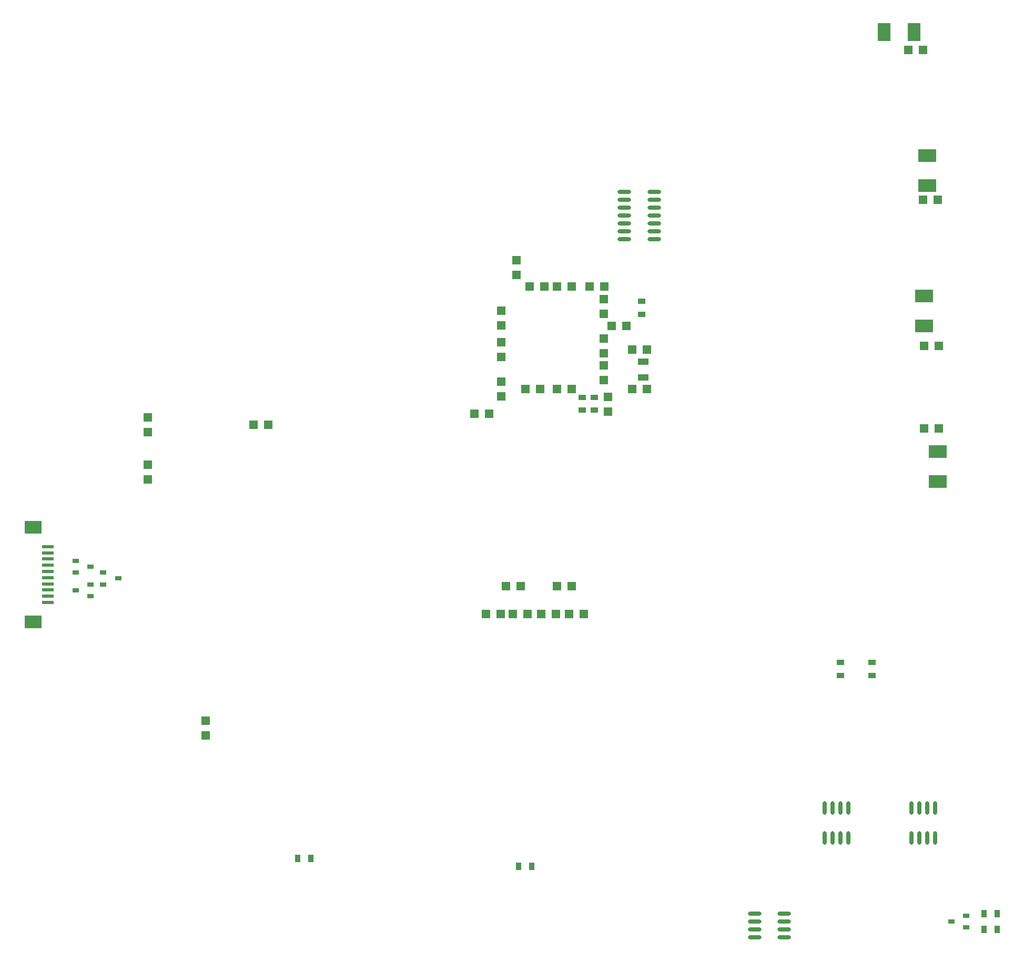
<source format=gbp>
G04 Layer_Color=128*
%FSLAX24Y24*%
%MOIN*%
G70*
G01*
G75*
%ADD10O,0.0236X0.0866*%
%ADD12R,0.0571X0.0532*%
%ADD14R,0.0335X0.0512*%
%ADD19R,0.0532X0.0571*%
%ADD21R,0.0512X0.0335*%
%ADD25R,0.0827X0.1177*%
%ADD27R,0.0394X0.0276*%
%ADD33O,0.0866X0.0236*%
%ADD118R,0.1177X0.0827*%
%ADD119R,0.1102X0.0827*%
%ADD120R,0.0748X0.0236*%
%ADD121R,0.0709X0.0394*%
D10*
X53750Y4445D02*
D03*
X54250D02*
D03*
X54750D02*
D03*
X55250D02*
D03*
X53750Y2555D02*
D03*
X54250D02*
D03*
X54750D02*
D03*
X55250D02*
D03*
X48250Y4445D02*
D03*
X48750D02*
D03*
X49250D02*
D03*
X49750D02*
D03*
X48250Y2555D02*
D03*
X48750D02*
D03*
X49250D02*
D03*
X49750D02*
D03*
D12*
X27750Y30537D02*
D03*
Y31463D02*
D03*
X34500Y29587D02*
D03*
Y30513D02*
D03*
X34250Y31587D02*
D03*
Y32513D02*
D03*
Y33287D02*
D03*
Y34213D02*
D03*
Y35787D02*
D03*
Y36713D02*
D03*
X28700Y39163D02*
D03*
Y38237D02*
D03*
X27750Y35037D02*
D03*
Y35963D02*
D03*
X9000Y9037D02*
D03*
Y9963D02*
D03*
X5350Y29213D02*
D03*
Y28287D02*
D03*
Y26213D02*
D03*
Y25287D02*
D03*
X27750Y33963D02*
D03*
Y33037D02*
D03*
D14*
X58337Y-2250D02*
D03*
X59163D02*
D03*
Y-3250D02*
D03*
X58337D02*
D03*
X14837Y1250D02*
D03*
X15663D02*
D03*
X28837Y750D02*
D03*
X29663D02*
D03*
D19*
X54537Y33750D02*
D03*
X55463D02*
D03*
Y28500D02*
D03*
X54537D02*
D03*
X54487Y43000D02*
D03*
X55413D02*
D03*
X54463Y52500D02*
D03*
X53537D02*
D03*
X12037Y28750D02*
D03*
X12963D02*
D03*
X29287Y31000D02*
D03*
X30213D02*
D03*
X32213D02*
D03*
X31287D02*
D03*
X34737Y35000D02*
D03*
X35663D02*
D03*
X34263Y37500D02*
D03*
X33337D02*
D03*
X31287D02*
D03*
X32213D02*
D03*
X30463D02*
D03*
X29537D02*
D03*
X26963Y29450D02*
D03*
X26037D02*
D03*
X26787Y16750D02*
D03*
X27713D02*
D03*
X36037Y33500D02*
D03*
X36963D02*
D03*
X36037Y31000D02*
D03*
X36963D02*
D03*
X28963Y18500D02*
D03*
X28037D02*
D03*
X29413Y16750D02*
D03*
X28487D02*
D03*
X30287D02*
D03*
X31213D02*
D03*
X31287Y18500D02*
D03*
X32213D02*
D03*
X32037Y16750D02*
D03*
X32963D02*
D03*
D21*
X36650Y36563D02*
D03*
Y35737D02*
D03*
X33657Y30490D02*
D03*
Y29663D02*
D03*
X32870Y30490D02*
D03*
Y29663D02*
D03*
X51250Y13663D02*
D03*
Y12837D02*
D03*
X49250Y13663D02*
D03*
Y12837D02*
D03*
D25*
X52003Y53650D02*
D03*
X53897D02*
D03*
D27*
X2528Y18626D02*
D03*
Y19374D02*
D03*
X3472Y19000D02*
D03*
X778Y19376D02*
D03*
Y20124D02*
D03*
X1722Y19750D02*
D03*
X778Y18250D02*
D03*
X1722Y17876D02*
D03*
Y18624D02*
D03*
X56278Y-2750D02*
D03*
X57222Y-3124D02*
D03*
Y-2376D02*
D03*
D33*
X43805Y-3750D02*
D03*
Y-3250D02*
D03*
Y-2750D02*
D03*
Y-2250D02*
D03*
X45695Y-3750D02*
D03*
Y-3250D02*
D03*
Y-2750D02*
D03*
Y-2250D02*
D03*
X35555Y40500D02*
D03*
Y41000D02*
D03*
Y41500D02*
D03*
Y42000D02*
D03*
Y42500D02*
D03*
Y43000D02*
D03*
Y43500D02*
D03*
X37445Y40500D02*
D03*
Y41000D02*
D03*
Y41500D02*
D03*
Y42000D02*
D03*
Y42500D02*
D03*
Y43000D02*
D03*
Y43500D02*
D03*
D118*
X54550Y35003D02*
D03*
Y36897D02*
D03*
X55400Y27047D02*
D03*
Y25153D02*
D03*
X54750Y43903D02*
D03*
Y45797D02*
D03*
D119*
X-1925Y22262D02*
D03*
Y16238D02*
D03*
D120*
X-1000Y17478D02*
D03*
Y17872D02*
D03*
Y18266D02*
D03*
Y18659D02*
D03*
Y19053D02*
D03*
Y19447D02*
D03*
Y19841D02*
D03*
Y20234D02*
D03*
Y20628D02*
D03*
Y21022D02*
D03*
D121*
X36750Y31758D02*
D03*
Y32742D02*
D03*
M02*

</source>
